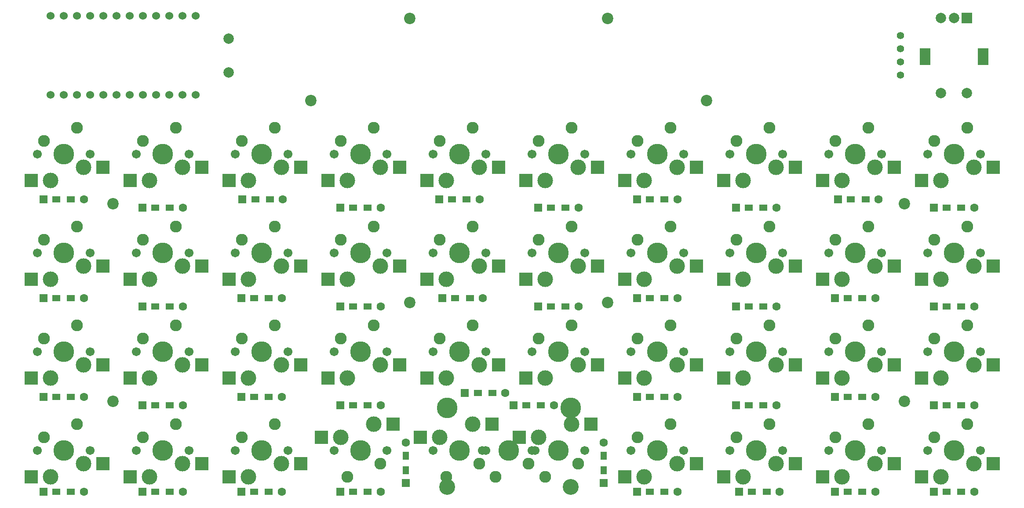
<source format=gbr>
G04 #@! TF.GenerationSoftware,KiCad,Pcbnew,(6.0.4-0)*
G04 #@! TF.CreationDate,2022-05-09T18:43:37-05:00*
G04 #@! TF.ProjectId,freaku4X,66726561-6b75-4345-982e-6b696361645f,rev?*
G04 #@! TF.SameCoordinates,Original*
G04 #@! TF.FileFunction,Soldermask,Bot*
G04 #@! TF.FilePolarity,Negative*
%FSLAX46Y46*%
G04 Gerber Fmt 4.6, Leading zero omitted, Abs format (unit mm)*
G04 Created by KiCad (PCBNEW (6.0.4-0)) date 2022-05-09 18:43:37*
%MOMM*%
%LPD*%
G01*
G04 APERTURE LIST*
%ADD10C,2.200000*%
%ADD11C,3.000000*%
%ADD12C,1.701800*%
%ADD13C,3.987800*%
%ADD14C,2.286000*%
%ADD15R,2.550000X2.500000*%
%ADD16C,1.397000*%
%ADD17C,2.000000*%
%ADD18C,3.048000*%
%ADD19R,2.000000X2.000000*%
%ADD20R,2.000000X3.200000*%
%ADD21C,1.524000*%
%ADD22R,1.600000X1.600000*%
%ADD23R,1.600000X1.200000*%
%ADD24C,1.600000*%
%ADD25R,1.200000X1.600000*%
G04 APERTURE END LIST*
D10*
G04 #@! TO.C,H8*
X227012500Y-123825000D03*
G04 #@! TD*
D11*
G04 #@! TO.C,SW13*
X87947500Y-97790000D03*
D12*
X89217500Y-95250000D03*
D11*
X81597500Y-100330000D03*
D12*
X79057500Y-95250000D03*
D13*
X84137500Y-95250000D03*
D14*
X86677500Y-90170000D03*
D15*
X77847500Y-100330000D03*
X91697500Y-97790000D03*
D14*
X80327500Y-92710000D03*
G04 #@! TD*
D10*
G04 #@! TO.C,H2*
X169862500Y-50006250D03*
G04 #@! TD*
D11*
G04 #@! TO.C,SW16*
X145097500Y-97790000D03*
D12*
X136207500Y-95250000D03*
D11*
X138747500Y-100330000D03*
D12*
X146367500Y-95250000D03*
D13*
X141287500Y-95250000D03*
D14*
X143827500Y-90170000D03*
D15*
X134997500Y-100330000D03*
X148847500Y-97790000D03*
D14*
X137477500Y-92710000D03*
G04 #@! TD*
D12*
G04 #@! TO.C,SW9*
X203517500Y-76200000D03*
X193357500Y-76200000D03*
D11*
X195897500Y-81280000D03*
X202247500Y-78740000D03*
D13*
X198437500Y-76200000D03*
D15*
X192147500Y-81280000D03*
D14*
X200977500Y-71120000D03*
D15*
X205997500Y-78740000D03*
D14*
X194627500Y-73660000D03*
G04 #@! TD*
D12*
G04 #@! TO.C,SW40*
X212407500Y-133350000D03*
D13*
X217487500Y-133350000D03*
D11*
X221297500Y-135890000D03*
D12*
X222567500Y-133350000D03*
D11*
X214947500Y-138430000D03*
D14*
X220027500Y-128270000D03*
D15*
X211197500Y-138430000D03*
D14*
X213677500Y-130810000D03*
D15*
X225047500Y-135890000D03*
G04 #@! TD*
D12*
G04 #@! TO.C,SW41*
X241617500Y-133350000D03*
D11*
X240347500Y-135890000D03*
X233997500Y-138430000D03*
D12*
X231457500Y-133350000D03*
D13*
X236537500Y-133350000D03*
D15*
X230247500Y-138430000D03*
D14*
X239077500Y-128270000D03*
D15*
X244097500Y-135890000D03*
D14*
X232727500Y-130810000D03*
G04 #@! TD*
D10*
G04 #@! TO.C,H6*
X169862500Y-104775000D03*
G04 #@! TD*
G04 #@! TO.C,H1*
X188912500Y-65881250D03*
G04 #@! TD*
G04 #@! TO.C,H3*
X74612500Y-85725000D03*
G04 #@! TD*
D12*
G04 #@! TO.C,SW21*
X231457500Y-95250000D03*
X241617500Y-95250000D03*
D11*
X233997500Y-100330000D03*
X240347500Y-97790000D03*
D13*
X236537500Y-95250000D03*
D14*
X239077500Y-90170000D03*
D15*
X230247500Y-100330000D03*
X244097500Y-97790000D03*
D14*
X232727500Y-92710000D03*
G04 #@! TD*
D11*
G04 #@! TO.C,SW14*
X106997500Y-97790000D03*
D13*
X103187500Y-95250000D03*
D12*
X98107500Y-95250000D03*
D11*
X100647500Y-100330000D03*
D12*
X108267500Y-95250000D03*
D14*
X105727500Y-90170000D03*
D15*
X96897500Y-100330000D03*
D14*
X99377500Y-92710000D03*
D15*
X110747500Y-97790000D03*
G04 #@! TD*
D11*
G04 #@! TO.C,SW37*
X156527500Y-130810000D03*
X162877500Y-128270000D03*
D12*
X165417500Y-133350000D03*
X155257500Y-133350000D03*
D13*
X160337500Y-133350000D03*
D15*
X166627500Y-128270000D03*
D14*
X157797500Y-138430000D03*
D15*
X152777500Y-130810000D03*
D14*
X164147500Y-135890000D03*
G04 #@! TD*
D11*
G04 #@! TO.C,SW28*
X176847500Y-119380000D03*
D13*
X179387500Y-114300000D03*
D11*
X183197500Y-116840000D03*
D12*
X174307500Y-114300000D03*
X184467500Y-114300000D03*
D15*
X173097500Y-119380000D03*
D14*
X181927500Y-109220000D03*
X175577500Y-111760000D03*
D15*
X186947500Y-116840000D03*
G04 #@! TD*
D12*
G04 #@! TO.C,SW23*
X89217500Y-114300000D03*
D11*
X81597500Y-119380000D03*
X87947500Y-116840000D03*
D12*
X79057500Y-114300000D03*
D13*
X84137500Y-114300000D03*
D15*
X77847500Y-119380000D03*
D14*
X86677500Y-109220000D03*
X80327500Y-111760000D03*
D15*
X91697500Y-116840000D03*
G04 #@! TD*
D11*
G04 #@! TO.C,SW6*
X145097500Y-78740000D03*
D13*
X141287500Y-76200000D03*
D12*
X146367500Y-76200000D03*
X136207500Y-76200000D03*
D11*
X138747500Y-81280000D03*
D14*
X143827500Y-71120000D03*
D15*
X134997500Y-81280000D03*
D14*
X137477500Y-73660000D03*
D15*
X148847500Y-78740000D03*
G04 #@! TD*
D16*
G04 #@! TO.C,OL1*
X226218750Y-60960000D03*
X226218750Y-58420000D03*
X226218750Y-55880000D03*
X226218750Y-53340000D03*
G04 #@! TD*
D10*
G04 #@! TO.C,H4*
X227012500Y-85725000D03*
G04 #@! TD*
D12*
G04 #@! TO.C,SW30*
X212407500Y-114300000D03*
X222567500Y-114300000D03*
D11*
X214947500Y-119380000D03*
D13*
X217487500Y-114300000D03*
D11*
X221297500Y-116840000D03*
D15*
X211197500Y-119380000D03*
D14*
X220027500Y-109220000D03*
D15*
X225047500Y-116840000D03*
D14*
X213677500Y-111760000D03*
G04 #@! TD*
D11*
G04 #@! TO.C,SW22*
X62547500Y-119380000D03*
X68897500Y-116840000D03*
D12*
X70167500Y-114300000D03*
D13*
X65087500Y-114300000D03*
D12*
X60007500Y-114300000D03*
D14*
X67627500Y-109220000D03*
D15*
X58797500Y-119380000D03*
D14*
X61277500Y-111760000D03*
D15*
X72647500Y-116840000D03*
G04 #@! TD*
D11*
G04 #@! TO.C,SW11*
X233997500Y-81280000D03*
D13*
X236537500Y-76200000D03*
D12*
X241617500Y-76200000D03*
X231457500Y-76200000D03*
D11*
X240347500Y-78740000D03*
D14*
X239077500Y-71120000D03*
D15*
X230247500Y-81280000D03*
X244097500Y-78740000D03*
D14*
X232727500Y-73660000D03*
G04 #@! TD*
D12*
G04 #@! TO.C,SW32*
X60007500Y-133350000D03*
D13*
X65087500Y-133350000D03*
D11*
X68897500Y-135890000D03*
X62547500Y-138430000D03*
D12*
X70167500Y-133350000D03*
D15*
X58797500Y-138430000D03*
D14*
X67627500Y-128270000D03*
D15*
X72647500Y-135890000D03*
D14*
X61277500Y-130810000D03*
G04 #@! TD*
D11*
G04 #@! TO.C,SW7*
X164147500Y-78740000D03*
D13*
X160337500Y-76200000D03*
D12*
X165417500Y-76200000D03*
X155257500Y-76200000D03*
D11*
X157797500Y-81280000D03*
D15*
X154047500Y-81280000D03*
D14*
X162877500Y-71120000D03*
X156527500Y-73660000D03*
D15*
X167897500Y-78740000D03*
G04 #@! TD*
D13*
G04 #@! TO.C,SW38*
X179387500Y-133350000D03*
D11*
X183197500Y-135890000D03*
X176847500Y-138430000D03*
D12*
X184467500Y-133350000D03*
X174307500Y-133350000D03*
D14*
X181927500Y-128270000D03*
D15*
X173097500Y-138430000D03*
X186947500Y-135890000D03*
D14*
X175577500Y-130810000D03*
G04 #@! TD*
D13*
G04 #@! TO.C,SW36*
X141287500Y-133350000D03*
D11*
X137477500Y-130810000D03*
X143827500Y-128270000D03*
D12*
X136207500Y-133350000D03*
X146367500Y-133350000D03*
D14*
X138747500Y-138430000D03*
D15*
X147577500Y-128270000D03*
X133727500Y-130810000D03*
D14*
X145097500Y-135890000D03*
G04 #@! TD*
D10*
G04 #@! TO.C,H7*
X74612500Y-123825000D03*
G04 #@! TD*
D11*
G04 #@! TO.C,SW35*
X118427500Y-130810000D03*
D12*
X117157500Y-133350000D03*
D11*
X124777500Y-128270000D03*
D12*
X127317500Y-133350000D03*
D13*
X122237500Y-133350000D03*
D14*
X119697500Y-138430000D03*
D15*
X128527500Y-128270000D03*
X114677500Y-130810000D03*
D14*
X126047500Y-135890000D03*
G04 #@! TD*
D13*
G04 #@! TO.C,SW26*
X141287500Y-114300000D03*
D11*
X145097500Y-116840000D03*
X138747500Y-119380000D03*
D12*
X146367500Y-114300000D03*
X136207500Y-114300000D03*
D14*
X143827500Y-109220000D03*
D15*
X134997500Y-119380000D03*
D14*
X137477500Y-111760000D03*
D15*
X148847500Y-116840000D03*
G04 #@! TD*
D12*
G04 #@! TO.C,SW25*
X117157500Y-114300000D03*
D11*
X119697500Y-119380000D03*
X126047500Y-116840000D03*
D13*
X122237500Y-114300000D03*
D12*
X127317500Y-114300000D03*
D15*
X115947500Y-119380000D03*
D14*
X124777500Y-109220000D03*
X118427500Y-111760000D03*
D15*
X129797500Y-116840000D03*
G04 #@! TD*
D10*
G04 #@! TO.C,H5*
X131762500Y-104775000D03*
G04 #@! TD*
D11*
G04 #@! TO.C,SW18*
X176847500Y-100330000D03*
D12*
X174307500Y-95250000D03*
D13*
X179387500Y-95250000D03*
D12*
X184467500Y-95250000D03*
D11*
X183197500Y-97790000D03*
D14*
X181927500Y-90170000D03*
D15*
X173097500Y-100330000D03*
X186947500Y-97790000D03*
D14*
X175577500Y-92710000D03*
G04 #@! TD*
D17*
G04 #@! TO.C,SW43*
X96837500Y-53900000D03*
X96837500Y-60400000D03*
G04 #@! TD*
D12*
G04 #@! TO.C,SW20*
X212407500Y-95250000D03*
X222567500Y-95250000D03*
D13*
X217487500Y-95250000D03*
D11*
X221297500Y-97790000D03*
X214947500Y-100330000D03*
D15*
X211197500Y-100330000D03*
D14*
X220027500Y-90170000D03*
X213677500Y-92710000D03*
D15*
X225047500Y-97790000D03*
G04 #@! TD*
D11*
G04 #@! TO.C,SW19*
X202247500Y-97790000D03*
D12*
X203517500Y-95250000D03*
D13*
X198437500Y-95250000D03*
D11*
X195897500Y-100330000D03*
D12*
X193357500Y-95250000D03*
D14*
X200977500Y-90170000D03*
D15*
X192147500Y-100330000D03*
X205997500Y-97790000D03*
D14*
X194627500Y-92710000D03*
G04 #@! TD*
D18*
G04 #@! TO.C,REF\u002A\u002A*
X162712500Y-140335000D03*
D13*
X162712500Y-125095000D03*
D18*
X138912500Y-140335000D03*
D13*
X138912500Y-125095000D03*
G04 #@! TD*
D11*
G04 #@! TO.C,SW17*
X157797500Y-100330000D03*
D13*
X160337500Y-95250000D03*
D12*
X165417500Y-95250000D03*
D11*
X164147500Y-97790000D03*
D12*
X155257500Y-95250000D03*
D14*
X162877500Y-90170000D03*
D15*
X154047500Y-100330000D03*
D14*
X156527500Y-92710000D03*
D15*
X167897500Y-97790000D03*
G04 #@! TD*
D11*
G04 #@! TO.C,SW12*
X68897500Y-97790000D03*
D13*
X65087500Y-95250000D03*
D12*
X60007500Y-95250000D03*
X70167500Y-95250000D03*
D11*
X62547500Y-100330000D03*
D15*
X58797500Y-100330000D03*
D14*
X67627500Y-90170000D03*
X61277500Y-92710000D03*
D15*
X72647500Y-97790000D03*
G04 #@! TD*
D11*
G04 #@! TO.C,SW3*
X87947500Y-78740000D03*
D13*
X84137500Y-76200000D03*
D12*
X89217500Y-76200000D03*
D11*
X81597500Y-81280000D03*
D12*
X79057500Y-76200000D03*
D15*
X77847500Y-81280000D03*
D14*
X86677500Y-71120000D03*
D15*
X91697500Y-78740000D03*
D14*
X80327500Y-73660000D03*
G04 #@! TD*
D12*
G04 #@! TO.C,SW2*
X60007500Y-76200000D03*
D11*
X62547500Y-81280000D03*
D13*
X65087500Y-76200000D03*
D12*
X70167500Y-76200000D03*
D11*
X68897500Y-78740000D03*
D15*
X58797500Y-81280000D03*
D14*
X67627500Y-71120000D03*
X61277500Y-73660000D03*
D15*
X72647500Y-78740000D03*
G04 #@! TD*
D13*
G04 #@! TO.C,SW5*
X122237500Y-76200000D03*
D12*
X117157500Y-76200000D03*
D11*
X119697500Y-81280000D03*
D12*
X127317500Y-76200000D03*
D11*
X126047500Y-78740000D03*
D14*
X124777500Y-71120000D03*
D15*
X115947500Y-81280000D03*
D14*
X118427500Y-73660000D03*
D15*
X129797500Y-78740000D03*
G04 #@! TD*
D12*
G04 #@! TO.C,SW44*
X145732500Y-133350000D03*
D13*
X150812500Y-133350000D03*
D12*
X155892500Y-133350000D03*
D14*
X148272500Y-138430000D03*
X154622500Y-135890000D03*
G04 #@! TD*
D12*
G04 #@! TO.C,SW33*
X79057500Y-133350000D03*
D11*
X87947500Y-135890000D03*
D13*
X84137500Y-133350000D03*
D11*
X81597500Y-138430000D03*
D12*
X89217500Y-133350000D03*
D14*
X86677500Y-128270000D03*
D15*
X77847500Y-138430000D03*
D14*
X80327500Y-130810000D03*
D15*
X91697500Y-135890000D03*
G04 #@! TD*
D10*
G04 #@! TO.C,H2*
X131762500Y-50006250D03*
G04 #@! TD*
D12*
G04 #@! TO.C,SW4*
X98107500Y-76200000D03*
X108267500Y-76200000D03*
D13*
X103187500Y-76200000D03*
D11*
X106997500Y-78740000D03*
X100647500Y-81280000D03*
D14*
X105727500Y-71120000D03*
D15*
X96897500Y-81280000D03*
D14*
X99377500Y-73660000D03*
D15*
X110747500Y-78740000D03*
G04 #@! TD*
D11*
G04 #@! TO.C,SW24*
X106997500Y-116840000D03*
D12*
X98107500Y-114300000D03*
X108267500Y-114300000D03*
D11*
X100647500Y-119380000D03*
D13*
X103187500Y-114300000D03*
D15*
X96897500Y-119380000D03*
D14*
X105727500Y-109220000D03*
X99377500Y-111760000D03*
D15*
X110747500Y-116840000D03*
G04 #@! TD*
D19*
G04 #@! TO.C,SW1*
X239037500Y-49900000D03*
D17*
X234037500Y-49900000D03*
X236537500Y-49900000D03*
D20*
X242137500Y-57400000D03*
X230937500Y-57400000D03*
D17*
X234037500Y-64400000D03*
X239037500Y-64400000D03*
G04 #@! TD*
D12*
G04 #@! TO.C,SW10*
X222567500Y-76200000D03*
D11*
X214947500Y-81280000D03*
D12*
X212407500Y-76200000D03*
D13*
X217487500Y-76200000D03*
D11*
X221297500Y-78740000D03*
D15*
X211197500Y-81280000D03*
D14*
X220027500Y-71120000D03*
D15*
X225047500Y-78740000D03*
D14*
X213677500Y-73660000D03*
G04 #@! TD*
D12*
G04 #@! TO.C,SW8*
X184467500Y-76200000D03*
D13*
X179387500Y-76200000D03*
D12*
X174307500Y-76200000D03*
D11*
X183197500Y-78740000D03*
X176847500Y-81280000D03*
D15*
X173097500Y-81280000D03*
D14*
X181927500Y-71120000D03*
D15*
X186947500Y-78740000D03*
D14*
X175577500Y-73660000D03*
G04 #@! TD*
D21*
G04 #@! TO.C,U1*
X62565750Y-49538600D03*
X65105750Y-49538600D03*
X67645750Y-49538600D03*
X70185750Y-49538600D03*
X72725750Y-49538600D03*
X75265750Y-49538600D03*
X77805750Y-49538600D03*
X80345750Y-49538600D03*
X82885750Y-49538600D03*
X85425750Y-49538600D03*
X87965750Y-49538600D03*
X90505750Y-49538600D03*
X90505750Y-64758600D03*
X87965750Y-64758600D03*
X85425750Y-64758600D03*
X82885750Y-64758600D03*
X80345750Y-64758600D03*
X77805750Y-64758600D03*
X75265750Y-64758600D03*
X72725750Y-64758600D03*
X70185750Y-64758600D03*
X67645750Y-64758600D03*
X65105750Y-64758600D03*
X62565750Y-64758600D03*
G04 #@! TD*
D11*
G04 #@! TO.C,SW29*
X195897500Y-119380000D03*
X202247500Y-116840000D03*
D13*
X198437500Y-114300000D03*
D12*
X203517500Y-114300000D03*
X193357500Y-114300000D03*
D15*
X192147500Y-119380000D03*
D14*
X200977500Y-109220000D03*
X194627500Y-111760000D03*
D15*
X205997500Y-116840000D03*
G04 #@! TD*
D11*
G04 #@! TO.C,SW39*
X195897500Y-138430000D03*
D12*
X193357500Y-133350000D03*
D13*
X198437500Y-133350000D03*
D12*
X203517500Y-133350000D03*
D11*
X202247500Y-135890000D03*
D15*
X192147500Y-138430000D03*
D14*
X200977500Y-128270000D03*
D15*
X205997500Y-135890000D03*
D14*
X194627500Y-130810000D03*
G04 #@! TD*
D12*
G04 #@! TO.C,SW31*
X231457500Y-114300000D03*
D11*
X233997500Y-119380000D03*
D12*
X241617500Y-114300000D03*
D11*
X240347500Y-116840000D03*
D13*
X236537500Y-114300000D03*
D15*
X230247500Y-119380000D03*
D14*
X239077500Y-109220000D03*
D15*
X244097500Y-116840000D03*
D14*
X232727500Y-111760000D03*
G04 #@! TD*
D11*
G04 #@! TO.C,SW27*
X164147500Y-116840000D03*
D12*
X155257500Y-114300000D03*
X165417500Y-114300000D03*
D11*
X157797500Y-119380000D03*
D13*
X160337500Y-114300000D03*
D15*
X154047500Y-119380000D03*
D14*
X162877500Y-109220000D03*
D15*
X167897500Y-116840000D03*
D14*
X156527500Y-111760000D03*
G04 #@! TD*
D12*
G04 #@! TO.C,SW34*
X98107500Y-133350000D03*
D11*
X106997500Y-135890000D03*
X100647500Y-138430000D03*
D13*
X103187500Y-133350000D03*
D12*
X108267500Y-133350000D03*
D15*
X96897500Y-138430000D03*
D14*
X105727500Y-128270000D03*
D15*
X110747500Y-135890000D03*
D14*
X99377500Y-130810000D03*
G04 #@! TD*
D12*
G04 #@! TO.C,SW15*
X127317500Y-95250000D03*
D11*
X126047500Y-97790000D03*
D13*
X122237500Y-95250000D03*
D12*
X117157500Y-95250000D03*
D11*
X119697500Y-100330000D03*
D15*
X115947500Y-100330000D03*
D14*
X124777500Y-90170000D03*
X118427500Y-92710000D03*
D15*
X129797500Y-97790000D03*
G04 #@! TD*
D10*
G04 #@! TO.C,H2*
X112712500Y-65881250D03*
G04 #@! TD*
D22*
G04 #@! TO.C,D22*
X99287500Y-123031250D03*
D23*
X101787500Y-123031250D03*
X104587500Y-123031250D03*
D24*
X107087500Y-123031250D03*
G04 #@! TD*
D22*
G04 #@! TO.C,D15*
X213587500Y-103981250D03*
D23*
X216087500Y-103981250D03*
D24*
X221387500Y-103981250D03*
D23*
X218887500Y-103981250D03*
G04 #@! TD*
D22*
G04 #@! TO.C,D1*
X61187500Y-84931250D03*
D23*
X63687500Y-84931250D03*
X66487500Y-84931250D03*
D24*
X68987500Y-84931250D03*
G04 #@! TD*
D23*
G04 #@! TO.C,D19*
X197037500Y-105568750D03*
D22*
X194537500Y-105568750D03*
D23*
X199837500Y-105568750D03*
D24*
X202337500Y-105568750D03*
G04 #@! TD*
D22*
G04 #@! TO.C,D7*
X118337500Y-86518750D03*
D23*
X120837500Y-86518750D03*
X123637500Y-86518750D03*
D24*
X126137500Y-86518750D03*
G04 #@! TD*
D22*
G04 #@! TO.C,D29*
X194537500Y-124618750D03*
D23*
X197037500Y-124618750D03*
D24*
X202337500Y-124618750D03*
D23*
X199837500Y-124618750D03*
G04 #@! TD*
D22*
G04 #@! TO.C,D26*
X80237500Y-124618750D03*
D23*
X82737500Y-124618750D03*
X85537500Y-124618750D03*
D24*
X88037500Y-124618750D03*
G04 #@! TD*
D23*
G04 #@! TO.C,D8*
X158937500Y-86518750D03*
D22*
X156437500Y-86518750D03*
D23*
X161737500Y-86518750D03*
D24*
X164237500Y-86518750D03*
G04 #@! TD*
D23*
G04 #@! TO.C,D34*
X177987500Y-141287500D03*
D22*
X175487500Y-141287500D03*
D23*
X180787500Y-141287500D03*
D24*
X183287500Y-141287500D03*
G04 #@! TD*
D23*
G04 #@! TO.C,D14*
X177987500Y-103981250D03*
D22*
X175487500Y-103981250D03*
D23*
X180787500Y-103981250D03*
D24*
X183287500Y-103981250D03*
G04 #@! TD*
D23*
G04 #@! TO.C,D11*
X63687500Y-103981250D03*
D22*
X61187500Y-103981250D03*
D23*
X66487500Y-103981250D03*
D24*
X68987500Y-103981250D03*
G04 #@! TD*
D22*
G04 #@! TO.C,D37*
X118337500Y-141287500D03*
D23*
X120837500Y-141287500D03*
X123637500Y-141287500D03*
D24*
X126137500Y-141287500D03*
G04 #@! TD*
D23*
G04 #@! TO.C,D35*
X216087500Y-141287500D03*
D22*
X213587500Y-141287500D03*
D23*
X218887500Y-141287500D03*
D24*
X221387500Y-141287500D03*
G04 #@! TD*
D22*
G04 #@! TO.C,D25*
X213587500Y-123031250D03*
D23*
X216087500Y-123031250D03*
D24*
X221387500Y-123031250D03*
D23*
X218887500Y-123031250D03*
G04 #@! TD*
G04 #@! TO.C,D5*
X216693750Y-84931250D03*
D22*
X214193750Y-84931250D03*
D24*
X221993750Y-84931250D03*
D23*
X219493750Y-84931250D03*
G04 #@! TD*
G04 #@! TO.C,D39*
X197643750Y-141287500D03*
D22*
X195143750Y-141287500D03*
D23*
X200443750Y-141287500D03*
D24*
X202943750Y-141287500D03*
G04 #@! TD*
D22*
G04 #@! TO.C,D31*
X61187500Y-141287500D03*
D23*
X63687500Y-141287500D03*
X66487500Y-141287500D03*
D24*
X68987500Y-141287500D03*
G04 #@! TD*
D23*
G04 #@! TO.C,D10*
X235137500Y-86518750D03*
D22*
X232637500Y-86518750D03*
D24*
X240437500Y-86518750D03*
D23*
X237937500Y-86518750D03*
G04 #@! TD*
G04 #@! TO.C,D24*
X177987500Y-123031250D03*
D22*
X175487500Y-123031250D03*
D23*
X180787500Y-123031250D03*
D24*
X183287500Y-123031250D03*
G04 #@! TD*
D23*
G04 #@! TO.C,D23*
X144837500Y-122237500D03*
D22*
X142337500Y-122237500D03*
D24*
X150137500Y-122237500D03*
D23*
X147637500Y-122237500D03*
G04 #@! TD*
D22*
G04 #@! TO.C,D13*
X137993750Y-103981250D03*
D23*
X140493750Y-103981250D03*
X143293750Y-103981250D03*
D24*
X145793750Y-103981250D03*
G04 #@! TD*
D23*
G04 #@! TO.C,D16*
X82737500Y-105568750D03*
D22*
X80237500Y-105568750D03*
D24*
X88037500Y-105568750D03*
D23*
X85537500Y-105568750D03*
G04 #@! TD*
G04 #@! TO.C,D27*
X120837500Y-124618750D03*
D22*
X118337500Y-124618750D03*
D23*
X123637500Y-124618750D03*
D24*
X126137500Y-124618750D03*
G04 #@! TD*
D23*
G04 #@! TO.C,D40*
X235137500Y-141287500D03*
D22*
X232637500Y-141287500D03*
D24*
X240437500Y-141287500D03*
D23*
X237937500Y-141287500D03*
G04 #@! TD*
G04 #@! TO.C,D20*
X235137500Y-105568750D03*
D22*
X232637500Y-105568750D03*
D24*
X240437500Y-105568750D03*
D23*
X237937500Y-105568750D03*
G04 #@! TD*
D22*
G04 #@! TO.C,D4*
X175487500Y-84931250D03*
D23*
X177987500Y-84931250D03*
X180787500Y-84931250D03*
D24*
X183287500Y-84931250D03*
G04 #@! TD*
D25*
G04 #@! TO.C,D33*
X130968750Y-137131250D03*
D22*
X130968750Y-139631250D03*
D25*
X130968750Y-134331250D03*
D24*
X130968750Y-131831250D03*
G04 #@! TD*
D23*
G04 #@! TO.C,D28*
X154175000Y-124618750D03*
D22*
X151675000Y-124618750D03*
D23*
X156975000Y-124618750D03*
D24*
X159475000Y-124618750D03*
G04 #@! TD*
D23*
G04 #@! TO.C,D32*
X101787500Y-141287500D03*
D22*
X99287500Y-141287500D03*
D23*
X104587500Y-141287500D03*
D24*
X107087500Y-141287500D03*
G04 #@! TD*
D22*
G04 #@! TO.C,D30*
X232637500Y-124618750D03*
D23*
X235137500Y-124618750D03*
X237937500Y-124618750D03*
D24*
X240437500Y-124618750D03*
G04 #@! TD*
D22*
G04 #@! TO.C,D2*
X99475000Y-84931250D03*
D23*
X101975000Y-84931250D03*
X104775000Y-84931250D03*
D24*
X107275000Y-84931250D03*
G04 #@! TD*
D23*
G04 #@! TO.C,D17*
X120837500Y-105568750D03*
D22*
X118337500Y-105568750D03*
D23*
X123637500Y-105568750D03*
D24*
X126137500Y-105568750D03*
G04 #@! TD*
D22*
G04 #@! TO.C,D6*
X80237500Y-86518750D03*
D23*
X82737500Y-86518750D03*
D24*
X88037500Y-86518750D03*
D23*
X85537500Y-86518750D03*
G04 #@! TD*
D22*
G04 #@! TO.C,D9*
X194537500Y-86518750D03*
D23*
X197037500Y-86518750D03*
D24*
X202337500Y-86518750D03*
D23*
X199837500Y-86518750D03*
G04 #@! TD*
G04 #@! TO.C,D36*
X82737500Y-141287500D03*
D22*
X80237500Y-141287500D03*
D24*
X88037500Y-141287500D03*
D23*
X85537500Y-141287500D03*
G04 #@! TD*
D22*
G04 #@! TO.C,D38*
X169068750Y-139631250D03*
D25*
X169068750Y-137131250D03*
X169068750Y-134331250D03*
D24*
X169068750Y-131831250D03*
G04 #@! TD*
D22*
G04 #@! TO.C,D21*
X61187500Y-123031250D03*
D23*
X63687500Y-123031250D03*
X66487500Y-123031250D03*
D24*
X68987500Y-123031250D03*
G04 #@! TD*
D22*
G04 #@! TO.C,D3*
X137387500Y-84931250D03*
D23*
X139887500Y-84931250D03*
D24*
X145187500Y-84931250D03*
D23*
X142687500Y-84931250D03*
G04 #@! TD*
G04 #@! TO.C,D12*
X101787500Y-103981250D03*
D22*
X99287500Y-103981250D03*
D23*
X104587500Y-103981250D03*
D24*
X107087500Y-103981250D03*
G04 #@! TD*
D22*
G04 #@! TO.C,D18*
X156437500Y-105568750D03*
D23*
X158937500Y-105568750D03*
D24*
X164237500Y-105568750D03*
D23*
X161737500Y-105568750D03*
G04 #@! TD*
M02*

</source>
